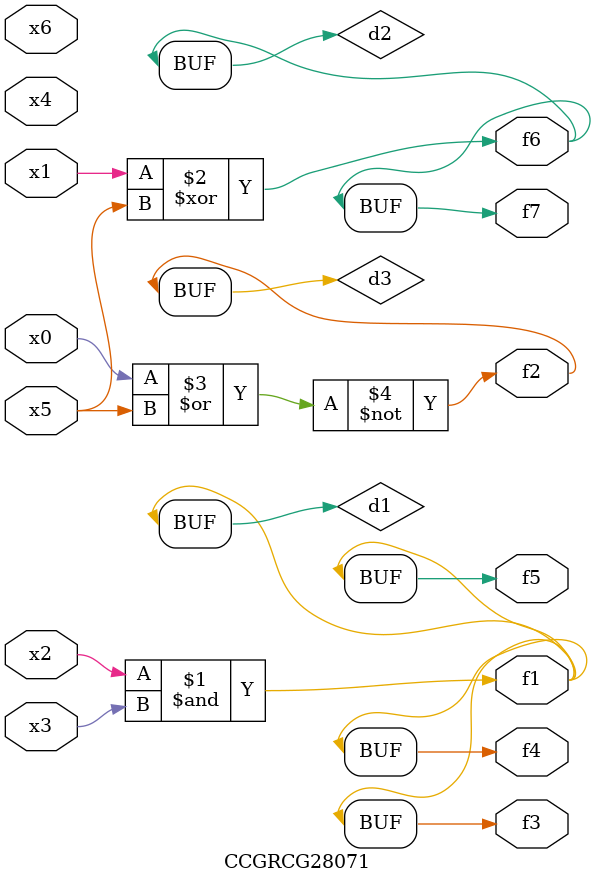
<source format=v>
module CCGRCG28071(
	input x0, x1, x2, x3, x4, x5, x6,
	output f1, f2, f3, f4, f5, f6, f7
);

	wire d1, d2, d3;

	and (d1, x2, x3);
	xor (d2, x1, x5);
	nor (d3, x0, x5);
	assign f1 = d1;
	assign f2 = d3;
	assign f3 = d1;
	assign f4 = d1;
	assign f5 = d1;
	assign f6 = d2;
	assign f7 = d2;
endmodule

</source>
